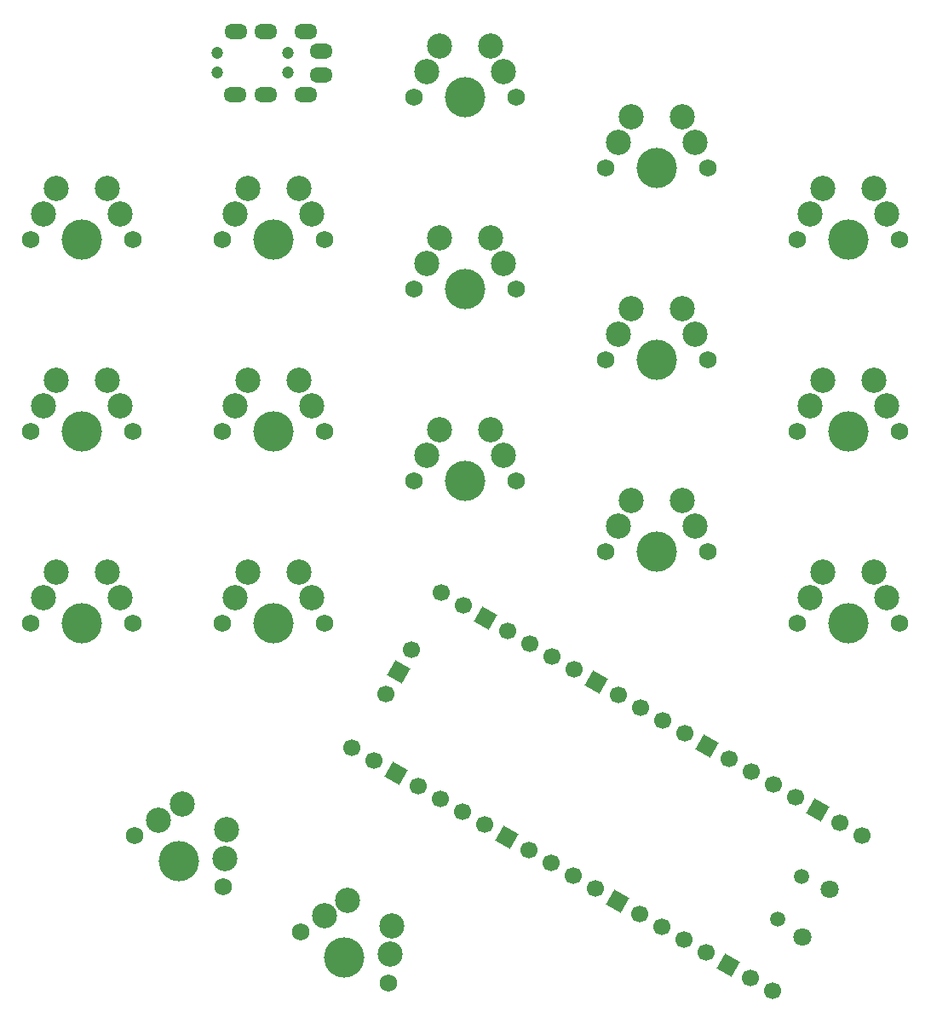
<source format=gbr>
%TF.GenerationSoftware,KiCad,Pcbnew,7.0.8-7.0.8~ubuntu22.04.1*%
%TF.CreationDate,2023-10-30T23:12:38+03:00*%
%TF.ProjectId,Keeb,4b656562-2e6b-4696-9361-645f70636258,rev?*%
%TF.SameCoordinates,Original*%
%TF.FileFunction,Soldermask,Top*%
%TF.FilePolarity,Negative*%
%FSLAX46Y46*%
G04 Gerber Fmt 4.6, Leading zero omitted, Abs format (unit mm)*
G04 Created by KiCad (PCBNEW 7.0.8-7.0.8~ubuntu22.04.1) date 2023-10-30 23:12:38*
%MOMM*%
%LPD*%
G01*
G04 APERTURE LIST*
G04 Aperture macros list*
%AMHorizOval*
0 Thick line with rounded ends*
0 $1 width*
0 $2 $3 position (X,Y) of the first rounded end (center of the circle)*
0 $4 $5 position (X,Y) of the second rounded end (center of the circle)*
0 Add line between two ends*
20,1,$1,$2,$3,$4,$5,0*
0 Add two circle primitives to create the rounded ends*
1,1,$1,$2,$3*
1,1,$1,$4,$5*%
%AMRotRect*
0 Rectangle, with rotation*
0 The origin of the aperture is its center*
0 $1 length*
0 $2 width*
0 $3 Rotation angle, in degrees counterclockwise*
0 Add horizontal line*
21,1,$1,$2,0,0,$3*%
G04 Aperture macros list end*
%ADD10C,1.750000*%
%ADD11C,4.000000*%
%ADD12C,2.500000*%
%ADD13C,1.200000*%
%ADD14O,2.300000X1.500000*%
%ADD15HorizOval,1.800000X0.000000X0.000000X0.000000X0.000000X0*%
%ADD16HorizOval,1.500000X0.000000X0.000000X0.000000X0.000000X0*%
%ADD17HorizOval,1.700000X0.000000X0.000000X0.000000X0.000000X0*%
%ADD18RotRect,1.700000X1.700000X60.000000*%
G04 APERTURE END LIST*
D10*
%TO.C,SW2*%
X183245000Y-74667944D03*
D11*
X188325000Y-74667944D03*
D10*
X193405000Y-74667944D03*
D12*
X184515000Y-72127944D03*
X190865000Y-69587944D03*
%TD*%
D10*
%TO.C,SW34*%
X117315164Y-114842511D03*
D11*
X121714573Y-117382511D03*
D10*
X126113982Y-119922511D03*
D12*
X119685016Y-113277806D03*
X126454278Y-114253102D03*
%TD*%
D10*
%TO.C,SW29*%
X126095000Y-93717944D03*
D11*
X131175000Y-93717944D03*
D10*
X136255000Y-93717944D03*
D12*
X127365000Y-91177944D03*
X133715000Y-88637944D03*
%TD*%
D10*
%TO.C,SW26*%
X145145000Y-79617944D03*
D11*
X150225000Y-79617944D03*
D10*
X155305000Y-79617944D03*
D12*
X146415000Y-77077944D03*
X152765000Y-74537944D03*
%TD*%
D10*
%TO.C,SW27*%
X126095000Y-55617944D03*
D11*
X131175000Y-55617944D03*
D10*
X136255000Y-55617944D03*
D12*
X127365000Y-53077944D03*
X133715000Y-50537944D03*
%TD*%
D10*
%TO.C,SW22*%
X164195000Y-67617944D03*
D11*
X169275000Y-67617944D03*
D10*
X174355000Y-67617944D03*
D12*
X165465000Y-65077944D03*
X171815000Y-62537944D03*
%TD*%
D10*
%TO.C,SW33*%
X107045000Y-93717944D03*
D11*
X112125000Y-93717944D03*
D10*
X117205000Y-93717944D03*
D12*
X108315000Y-91177944D03*
X114665000Y-88637944D03*
%TD*%
D10*
%TO.C,SW28*%
X126095000Y-74667944D03*
D11*
X131175000Y-74667944D03*
D10*
X136255000Y-74667944D03*
D12*
X127365000Y-72127944D03*
X133715000Y-69587944D03*
%TD*%
D10*
%TO.C,SW24*%
X145145000Y-41517944D03*
D11*
X150225000Y-41517944D03*
D10*
X155305000Y-41517944D03*
D12*
X146415000Y-38977944D03*
X152765000Y-36437944D03*
%TD*%
D10*
%TO.C,SW23*%
X164195000Y-86667944D03*
D11*
X169275000Y-86667944D03*
D10*
X174355000Y-86667944D03*
D12*
X165465000Y-84127944D03*
X171815000Y-81587944D03*
%TD*%
D10*
%TO.C,SW31*%
X107045000Y-55617944D03*
D11*
X112125000Y-55617944D03*
D10*
X117205000Y-55617944D03*
D12*
X108315000Y-53077944D03*
X114665000Y-50537944D03*
%TD*%
D10*
%TO.C,SW32*%
X107045000Y-74667944D03*
D11*
X112125000Y-74667944D03*
D10*
X117205000Y-74667944D03*
D12*
X108315000Y-72127944D03*
X114665000Y-69587944D03*
%TD*%
D10*
%TO.C,SW12*%
X183245000Y-93717944D03*
D11*
X188325000Y-93717944D03*
D10*
X193405000Y-93717944D03*
D12*
X184515000Y-91177944D03*
X190865000Y-88637944D03*
%TD*%
D13*
%TO.C,J2*%
X125580000Y-37130000D03*
X132580000Y-37130000D03*
D14*
X135880000Y-39280000D03*
X127380000Y-34980000D03*
X130380000Y-34980000D03*
X134380000Y-34980000D03*
%TD*%
D10*
%TO.C,SW30*%
X133812948Y-124367511D03*
D11*
X138212357Y-126907511D03*
D10*
X142611766Y-129447511D03*
D12*
X136182800Y-122802806D03*
X142952062Y-123778102D03*
%TD*%
D10*
%TO.C,SW25*%
X145145000Y-60567944D03*
D11*
X150225000Y-60567944D03*
D10*
X155305000Y-60567944D03*
D12*
X146415000Y-58027944D03*
X152765000Y-55487944D03*
%TD*%
D10*
%TO.C,SW1*%
X183245000Y-55617944D03*
D11*
X188325000Y-55617944D03*
D10*
X193405000Y-55617944D03*
D12*
X184515000Y-53077944D03*
X190865000Y-50537944D03*
%TD*%
D10*
%TO.C,SW21*%
X164195000Y-48567944D03*
D11*
X169275000Y-48567944D03*
D10*
X174355000Y-48567944D03*
D12*
X165465000Y-46027944D03*
X171815000Y-43487944D03*
%TD*%
D13*
%TO.C,J1*%
X125575000Y-39067944D03*
X132575000Y-39067944D03*
D14*
X135875000Y-36917944D03*
X127375000Y-41217944D03*
X130375000Y-41217944D03*
X134375000Y-41217944D03*
%TD*%
D10*
%TO.C,SW3*%
X193405000Y-55617944D03*
D11*
X188325000Y-55617944D03*
D10*
X183245000Y-55617944D03*
D12*
X192135000Y-53077944D03*
X185785000Y-50537944D03*
%TD*%
D10*
%TO.C,SW4*%
X193405000Y-74667944D03*
D11*
X188325000Y-74667944D03*
D10*
X183245000Y-74667944D03*
D12*
X192135000Y-72127944D03*
X185785000Y-69587944D03*
%TD*%
D10*
%TO.C,SW5*%
X193405000Y-93717944D03*
D11*
X188325000Y-93717944D03*
D10*
X183245000Y-93717944D03*
D12*
X192135000Y-91177944D03*
X185785000Y-88637944D03*
%TD*%
D10*
%TO.C,SW6*%
X174355000Y-48567944D03*
D11*
X169275000Y-48567944D03*
D10*
X164195000Y-48567944D03*
D12*
X173085000Y-46027944D03*
X166735000Y-43487944D03*
%TD*%
D10*
%TO.C,SW7*%
X174355000Y-67617944D03*
D11*
X169275000Y-67617944D03*
D10*
X164195000Y-67617944D03*
D12*
X173085000Y-65077944D03*
X166735000Y-62537944D03*
%TD*%
D10*
%TO.C,SW8*%
X174355000Y-86667944D03*
D11*
X169275000Y-86667944D03*
D10*
X164195000Y-86667944D03*
D12*
X173085000Y-84127944D03*
X166735000Y-81587944D03*
%TD*%
D10*
%TO.C,SW9*%
X155305000Y-41517944D03*
D11*
X150225000Y-41517944D03*
D10*
X145145000Y-41517944D03*
D12*
X154035000Y-38977944D03*
X147685000Y-36437944D03*
%TD*%
D10*
%TO.C,SW10*%
X155305000Y-60567944D03*
D11*
X150225000Y-60567944D03*
D10*
X145145000Y-60567944D03*
D12*
X154035000Y-58027944D03*
X147685000Y-55487944D03*
%TD*%
D10*
%TO.C,SW11*%
X155305000Y-79617944D03*
D11*
X150225000Y-79617944D03*
D10*
X145145000Y-79617944D03*
D12*
X154035000Y-77077944D03*
X147685000Y-74537944D03*
%TD*%
D10*
%TO.C,SW13*%
X136255000Y-55617944D03*
D11*
X131175000Y-55617944D03*
D10*
X126095000Y-55617944D03*
D12*
X134985000Y-53077944D03*
X128635000Y-50537944D03*
%TD*%
D10*
%TO.C,SW14*%
X136255000Y-74667944D03*
D11*
X131175000Y-74667944D03*
D10*
X126095000Y-74667944D03*
D12*
X134985000Y-72127944D03*
X128635000Y-69587944D03*
%TD*%
D10*
%TO.C,SW15*%
X136255000Y-93717944D03*
D11*
X131175000Y-93717944D03*
D10*
X126095000Y-93717944D03*
D12*
X134985000Y-91177944D03*
X128635000Y-88637944D03*
%TD*%
D10*
%TO.C,SW16*%
X142611766Y-129447511D03*
D11*
X138212357Y-126907511D03*
D10*
X133812948Y-124367511D03*
D12*
X142781914Y-126612806D03*
X138552652Y-121238102D03*
%TD*%
D10*
%TO.C,SW17*%
X117205000Y-55617944D03*
D11*
X112125000Y-55617944D03*
D10*
X107045000Y-55617944D03*
D12*
X115935000Y-53077944D03*
X109585000Y-50537944D03*
%TD*%
D10*
%TO.C,SW18*%
X117205000Y-74667944D03*
D11*
X112125000Y-74667944D03*
D10*
X107045000Y-74667944D03*
D12*
X115935000Y-72127944D03*
X109585000Y-69587944D03*
%TD*%
D10*
%TO.C,SW19*%
X117205000Y-93717944D03*
D11*
X112125000Y-93717944D03*
D10*
X107045000Y-93717944D03*
D12*
X115935000Y-91177944D03*
X109585000Y-88637944D03*
%TD*%
D10*
%TO.C,SW20*%
X126113982Y-119922511D03*
D11*
X121714573Y-117382511D03*
D10*
X117315164Y-114842511D03*
D12*
X126284130Y-117087806D03*
X122054868Y-111713102D03*
%TD*%
D15*
%TO.C,U1*%
X183712110Y-124859919D03*
D16*
X181238053Y-123085112D03*
X183663053Y-118884888D03*
D15*
X186437110Y-120140081D03*
D17*
X180742193Y-130263966D03*
X178542488Y-128993966D03*
D18*
X176342784Y-127723966D03*
D17*
X174143079Y-126453966D03*
X171943375Y-125183966D03*
X169743670Y-123913966D03*
X167543966Y-122643966D03*
D18*
X165344261Y-121373966D03*
D17*
X163144557Y-120103966D03*
X160944852Y-118833966D03*
X158745148Y-117563966D03*
X156545443Y-116293966D03*
D18*
X154345739Y-115023966D03*
D17*
X152146034Y-113753966D03*
X149946330Y-112483966D03*
X147746625Y-111213966D03*
X145546921Y-109943966D03*
D18*
X143347216Y-108673966D03*
D17*
X141147512Y-107403966D03*
X138947807Y-106133966D03*
X147837807Y-90736034D03*
X150037512Y-92006034D03*
D18*
X152237216Y-93276034D03*
D17*
X154436921Y-94546034D03*
X156636625Y-95816034D03*
X158836330Y-97086034D03*
X161036034Y-98356034D03*
D18*
X163235739Y-99626034D03*
D17*
X165435443Y-100896034D03*
X167635148Y-102166034D03*
X169834852Y-103436034D03*
X172034557Y-104706034D03*
D18*
X174234261Y-105976034D03*
D17*
X176433966Y-107246034D03*
X178633670Y-108516034D03*
X180833375Y-109786034D03*
X183033079Y-111056034D03*
D18*
X185232784Y-112326034D03*
D17*
X187432488Y-113596034D03*
X189632193Y-114866034D03*
X142321993Y-100749705D03*
D18*
X143591993Y-98550000D03*
D17*
X144861993Y-96350295D03*
%TD*%
M02*

</source>
